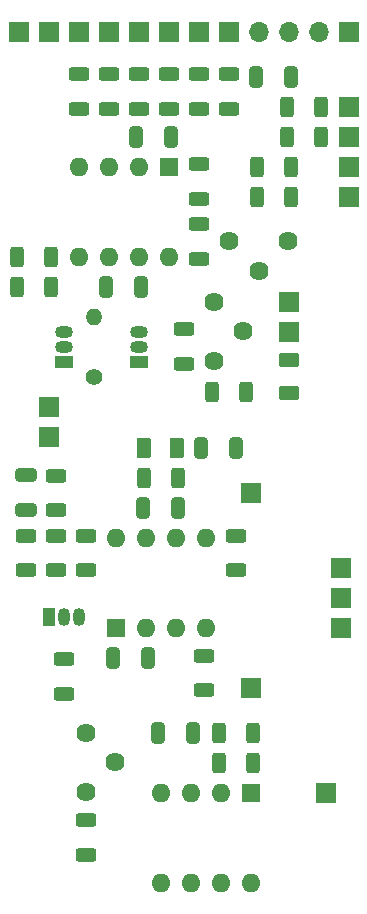
<source format=gts>
%TF.GenerationSoftware,KiCad,Pcbnew,(6.0.5)*%
%TF.CreationDate,2023-02-14T12:10:34-05:00*%
%TF.ProjectId,vco2,76636f32-2e6b-4696-9361-645f70636258,rev?*%
%TF.SameCoordinates,Original*%
%TF.FileFunction,Soldermask,Top*%
%TF.FilePolarity,Negative*%
%FSLAX46Y46*%
G04 Gerber Fmt 4.6, Leading zero omitted, Abs format (unit mm)*
G04 Created by KiCad (PCBNEW (6.0.5)) date 2023-02-14 12:10:34*
%MOMM*%
%LPD*%
G01*
G04 APERTURE LIST*
G04 Aperture macros list*
%AMRoundRect*
0 Rectangle with rounded corners*
0 $1 Rounding radius*
0 $2 $3 $4 $5 $6 $7 $8 $9 X,Y pos of 4 corners*
0 Add a 4 corners polygon primitive as box body*
4,1,4,$2,$3,$4,$5,$6,$7,$8,$9,$2,$3,0*
0 Add four circle primitives for the rounded corners*
1,1,$1+$1,$2,$3*
1,1,$1+$1,$4,$5*
1,1,$1+$1,$6,$7*
1,1,$1+$1,$8,$9*
0 Add four rect primitives between the rounded corners*
20,1,$1+$1,$2,$3,$4,$5,0*
20,1,$1+$1,$4,$5,$6,$7,0*
20,1,$1+$1,$6,$7,$8,$9,0*
20,1,$1+$1,$8,$9,$2,$3,0*%
G04 Aperture macros list end*
%ADD10R,1.700000X1.700000*%
%ADD11RoundRect,0.250000X-0.312500X-0.625000X0.312500X-0.625000X0.312500X0.625000X-0.312500X0.625000X0*%
%ADD12C,1.620000*%
%ADD13RoundRect,0.250000X0.625000X-0.312500X0.625000X0.312500X-0.625000X0.312500X-0.625000X-0.312500X0*%
%ADD14RoundRect,0.250000X0.312500X0.625000X-0.312500X0.625000X-0.312500X-0.625000X0.312500X-0.625000X0*%
%ADD15R,1.500000X1.050000*%
%ADD16O,1.500000X1.050000*%
%ADD17R,1.600000X1.600000*%
%ADD18O,1.600000X1.600000*%
%ADD19RoundRect,0.250000X-0.375000X-0.625000X0.375000X-0.625000X0.375000X0.625000X-0.375000X0.625000X0*%
%ADD20RoundRect,0.250000X0.325000X0.650000X-0.325000X0.650000X-0.325000X-0.650000X0.325000X-0.650000X0*%
%ADD21RoundRect,0.250000X-0.325000X-0.650000X0.325000X-0.650000X0.325000X0.650000X-0.325000X0.650000X0*%
%ADD22RoundRect,0.250000X0.650000X-0.325000X0.650000X0.325000X-0.650000X0.325000X-0.650000X-0.325000X0*%
%ADD23O,1.700000X1.700000*%
%ADD24C,1.400000*%
%ADD25O,1.400000X1.400000*%
%ADD26RoundRect,0.250000X-0.625000X0.375000X-0.625000X-0.375000X0.625000X-0.375000X0.625000X0.375000X0*%
%ADD27RoundRect,0.250000X-0.625000X0.312500X-0.625000X-0.312500X0.625000X-0.312500X0.625000X0.312500X0*%
%ADD28R,1.050000X1.500000*%
%ADD29O,1.050000X1.500000*%
G04 APERTURE END LIST*
D10*
%TO.C,J44*%
X130810000Y-105420000D03*
%TD*%
D11*
%TO.C,R71*%
X123665000Y-71460000D03*
X126590000Y-71460000D03*
%TD*%
D12*
%TO.C,ROTrim1*%
X109220000Y-116840000D03*
X111720000Y-119340000D03*
X109220000Y-121840000D03*
%TD*%
D13*
%TO.C,R15*%
X108617500Y-64032500D03*
X108617500Y-61107500D03*
%TD*%
D10*
%TO.C,J45*%
X130810000Y-107950000D03*
%TD*%
D11*
%TO.C,R20*%
X120457500Y-119380000D03*
X123382500Y-119380000D03*
%TD*%
D12*
%TO.C,1v/Oct1*%
X126357500Y-75215000D03*
X123857500Y-77715000D03*
X121357500Y-75215000D03*
%TD*%
D14*
%TO.C,R57*%
X129130000Y-63840000D03*
X126205000Y-63840000D03*
%TD*%
D13*
%TO.C,R47*%
X109210000Y-103072500D03*
X109210000Y-100147500D03*
%TD*%
%TO.C,R17*%
X117507500Y-85622500D03*
X117507500Y-82697500D03*
%TD*%
D15*
%TO.C,Q2*%
X107347500Y-85430000D03*
D16*
X107347500Y-84160000D03*
X107347500Y-82890000D03*
%TD*%
D14*
%TO.C,R65*%
X129130000Y-66380000D03*
X126205000Y-66380000D03*
%TD*%
D10*
%TO.C,J40*%
X126397500Y-80350000D03*
%TD*%
D13*
%TO.C,R34*%
X104130000Y-103072500D03*
X104130000Y-100147500D03*
%TD*%
D10*
%TO.C,J33*%
X116237500Y-57490000D03*
%TD*%
D17*
%TO.C,U2*%
X111760000Y-107950000D03*
D18*
X114300000Y-107950000D03*
X116840000Y-107950000D03*
X119380000Y-107950000D03*
X119380000Y-100330000D03*
X116840000Y-100330000D03*
X114300000Y-100330000D03*
X111760000Y-100330000D03*
%TD*%
D14*
%TO.C,R9*%
X122780000Y-87970000D03*
X119855000Y-87970000D03*
%TD*%
D19*
%TO.C,D2*%
X114160000Y-92720000D03*
X116960000Y-92720000D03*
%TD*%
D13*
%TO.C,R46*%
X106670000Y-103072500D03*
X106670000Y-100147500D03*
%TD*%
D20*
%TO.C,C6*%
X114495000Y-110500000D03*
X111545000Y-110500000D03*
%TD*%
D13*
%TO.C,R50*%
X107347500Y-113562500D03*
X107347500Y-110637500D03*
%TD*%
D10*
%TO.C,J21*%
X131477500Y-71460000D03*
%TD*%
D13*
%TO.C,R10*%
X118777500Y-64032500D03*
X118777500Y-61107500D03*
%TD*%
D10*
%TO.C,J43*%
X106077500Y-91780000D03*
%TD*%
D13*
%TO.C,R27*%
X116237500Y-64032500D03*
X116237500Y-61107500D03*
%TD*%
D21*
%TO.C,C19*%
X113492500Y-66380000D03*
X116442500Y-66380000D03*
%TD*%
D10*
%TO.C,J50*%
X106077500Y-57490000D03*
%TD*%
D13*
%TO.C,R66*%
X106670000Y-97992500D03*
X106670000Y-95067500D03*
%TD*%
D22*
%TO.C,C5*%
X104130000Y-98005000D03*
X104130000Y-95055000D03*
%TD*%
D10*
%TO.C,J0*%
X131467500Y-57490000D03*
D23*
X128927500Y-57490000D03*
X126387500Y-57490000D03*
X123847500Y-57490000D03*
%TD*%
D10*
%TO.C,J61*%
X103537500Y-57490000D03*
%TD*%
%TO.C,J42*%
X106077500Y-89240000D03*
%TD*%
D24*
%TO.C,R24*%
X109887500Y-86700000D03*
D25*
X109887500Y-81620000D03*
%TD*%
D14*
%TO.C,R31*%
X106270000Y-76540000D03*
X103345000Y-76540000D03*
%TD*%
D21*
%TO.C,C3*%
X110952500Y-79080000D03*
X113902500Y-79080000D03*
%TD*%
D20*
%TO.C,C18*%
X117035000Y-97800000D03*
X114085000Y-97800000D03*
%TD*%
D10*
%TO.C,J71*%
X123190000Y-113030000D03*
%TD*%
D11*
%TO.C,R30*%
X103345000Y-79080000D03*
X106270000Y-79080000D03*
%TD*%
D13*
%TO.C,R18*%
X111157500Y-64032500D03*
X111157500Y-61107500D03*
%TD*%
D10*
%TO.C,J41*%
X126397500Y-82890000D03*
%TD*%
D13*
%TO.C,R8*%
X121317500Y-64032500D03*
X121317500Y-61107500D03*
%TD*%
D10*
%TO.C,J46*%
X129540000Y-121920000D03*
%TD*%
%TO.C,J30*%
X108617500Y-57490000D03*
%TD*%
D26*
%TO.C,D1*%
X126397500Y-85300000D03*
X126397500Y-88100000D03*
%TD*%
D20*
%TO.C,C8*%
X126602500Y-61300000D03*
X123652500Y-61300000D03*
%TD*%
D11*
%TO.C,R56*%
X123665000Y-68920000D03*
X126590000Y-68920000D03*
%TD*%
D20*
%TO.C,C1*%
X118315000Y-116840000D03*
X115365000Y-116840000D03*
%TD*%
D10*
%TO.C,J23*%
X131477500Y-66380000D03*
%TD*%
%TO.C,J12*%
X118777500Y-57490000D03*
%TD*%
%TO.C,J60*%
X130810000Y-102880000D03*
%TD*%
D17*
%TO.C,U1*%
X116227500Y-68930000D03*
D18*
X113687500Y-68930000D03*
X111147500Y-68930000D03*
X108607500Y-68930000D03*
X108607500Y-76550000D03*
X111147500Y-76550000D03*
X113687500Y-76550000D03*
X116227500Y-76550000D03*
%TD*%
D17*
%TO.C,U3*%
X123180000Y-121930000D03*
D18*
X120640000Y-121930000D03*
X118100000Y-121930000D03*
X115560000Y-121930000D03*
X115560000Y-129550000D03*
X118100000Y-129550000D03*
X120640000Y-129550000D03*
X123180000Y-129550000D03*
%TD*%
D27*
%TO.C,R6*%
X109220000Y-124267500D03*
X109220000Y-127192500D03*
%TD*%
D13*
%TO.C,R19*%
X118777500Y-71652500D03*
X118777500Y-68727500D03*
%TD*%
D10*
%TO.C,J31*%
X111157500Y-57490000D03*
%TD*%
%TO.C,J70*%
X123190000Y-96520000D03*
%TD*%
%TO.C,J13*%
X131477500Y-63840000D03*
%TD*%
%TO.C,J32*%
X113697500Y-57490000D03*
%TD*%
D28*
%TO.C,Q3*%
X106077500Y-107020000D03*
D29*
X107347500Y-107020000D03*
X108617500Y-107020000D03*
%TD*%
D21*
%TO.C,C17*%
X118972500Y-92720000D03*
X121922500Y-92720000D03*
%TD*%
D11*
%TO.C,R12*%
X120457500Y-116840000D03*
X123382500Y-116840000D03*
%TD*%
D12*
%TO.C,HFTrim1*%
X120047500Y-80350000D03*
X122547500Y-82850000D03*
X120047500Y-85350000D03*
%TD*%
D13*
%TO.C,R70*%
X119177500Y-113232500D03*
X119177500Y-110307500D03*
%TD*%
D10*
%TO.C,J11*%
X131477500Y-68920000D03*
%TD*%
%TO.C,J22*%
X121317500Y-57490000D03*
%TD*%
D13*
%TO.C,R28*%
X118777500Y-76732500D03*
X118777500Y-73807500D03*
%TD*%
%TO.C,R23*%
X113697500Y-64032500D03*
X113697500Y-61107500D03*
%TD*%
%TO.C,R42*%
X121910000Y-103072500D03*
X121910000Y-100147500D03*
%TD*%
D11*
%TO.C,R69*%
X114097500Y-95260000D03*
X117022500Y-95260000D03*
%TD*%
D15*
%TO.C,Q1*%
X113697500Y-85430000D03*
D16*
X113697500Y-84160000D03*
X113697500Y-82890000D03*
%TD*%
M02*

</source>
